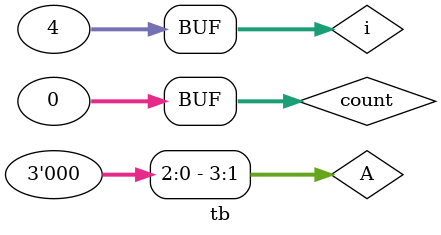
<source format=v>
`include "Parity_Check.v"
module tb;
parameter n=4;
reg [n-1:0] A;
wire P;
integer i;
integer count=0;
parity_logic dut(.A(A),.P(P));
initial begin
repeat(10) begin
	#10;
	A=$random;
	count=0;
	for (i=0;i<n;i=i+1) begin
	if (A[i]) count =count+1;
	end
end
end
//initial begin
//	for (i=0;i<n;i=i+1) begin
//	if (A[i]) count =count+1;
//end
//end 

initial begin
	$monitor("Incoming value of A=%0d( %b )  has number of 1s=%0d and Parity =%b(1=Odd, 0=even)",A,A,count,P);
end
endmodule

</source>
